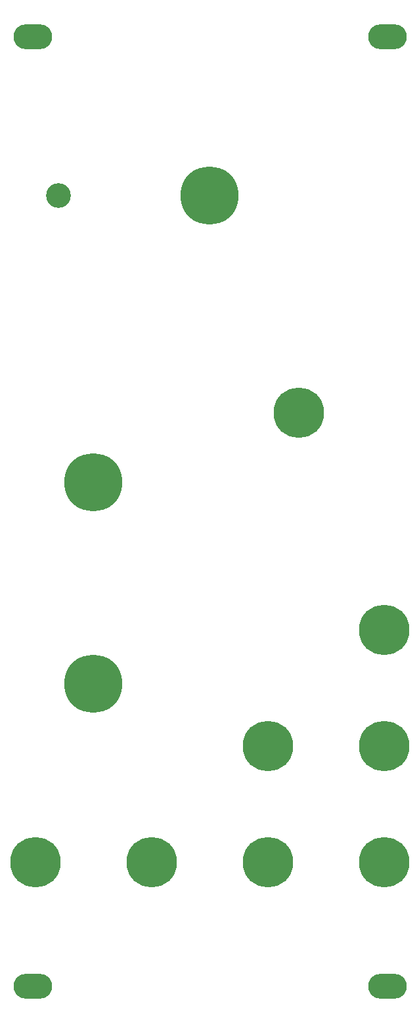
<source format=gbs>
G04 #@! TF.GenerationSoftware,KiCad,Pcbnew,(5.0.0-rc2)*
G04 #@! TF.CreationDate,2020-07-08T19:27:34+03:00*
G04 #@! TF.ProjectId,OSCPNL2,4F5343504E4C322E6B696361645F7063,rev?*
G04 #@! TF.SameCoordinates,PX1bd8e80PY8b3c880*
G04 #@! TF.FileFunction,Soldermask,Bot*
G04 #@! TF.FilePolarity,Negative*
%FSLAX46Y46*%
G04 Gerber Fmt 4.6, Leading zero omitted, Abs format (unit mm)*
G04 Created by KiCad (PCBNEW (5.0.0-rc2)) date Wed Jul  8 19:27:34 2020*
%MOMM*%
%LPD*%
G01*
G04 APERTURE LIST*
%ADD10C,7.500000*%
%ADD11O,5.000000X3.200000*%
%ADD12C,3.200000*%
%ADD13C,6.500000*%
G04 APERTURE END LIST*
D10*
G04 #@! TO.C,Ref\002A\002A*
X15300000Y42000000D03*
G04 #@! TD*
G04 #@! TO.C,Ref\002A\002A*
X15300000Y68000000D03*
G04 #@! TD*
G04 #@! TO.C,Ref\002A\002A*
X30300000Y105000000D03*
G04 #@! TD*
D11*
G04 #@! TO.C,X*
X53200000Y125500000D03*
G04 #@! TD*
G04 #@! TO.C,X*
X7500000Y125500000D03*
G04 #@! TD*
G04 #@! TO.C,X*
X53200000Y3000000D03*
G04 #@! TD*
G04 #@! TO.C,X*
X7500000Y3000000D03*
G04 #@! TD*
D12*
G04 #@! TO.C,Ref\002A\002A*
X10800000Y105000000D03*
G04 #@! TD*
D13*
G04 #@! TO.C,Ref\002A\002A*
X41800000Y77000000D03*
G04 #@! TD*
G04 #@! TO.C,Ref\002A\002A*
X52800000Y49000000D03*
G04 #@! TD*
G04 #@! TO.C,Ref\002A\002A*
X37800000Y34000000D03*
G04 #@! TD*
G04 #@! TO.C,Ref\002A\002A*
X52800000Y34000000D03*
G04 #@! TD*
G04 #@! TO.C,Ref\002A\002A*
X7800000Y19000000D03*
G04 #@! TD*
G04 #@! TO.C,Ref\002A\002A*
X22800000Y19000000D03*
G04 #@! TD*
G04 #@! TO.C,Ref\002A\002A*
X37800000Y19000000D03*
G04 #@! TD*
G04 #@! TO.C,Ref\002A\002A*
X52800000Y19000000D03*
G04 #@! TD*
M02*

</source>
